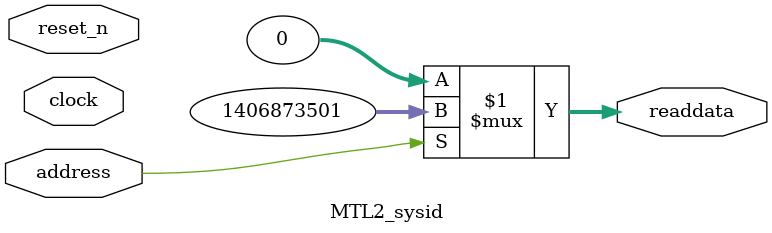
<source format=v>

`timescale 1ns / 1ps
// synthesis translate_on

// turn off superfluous verilog processor warnings 
// altera message_level Level1 
// altera message_off 10034 10035 10036 10037 10230 10240 10030 

module MTL2_sysid (
               // inputs:
                address,
                clock,
                reset_n,

               // outputs:
                readdata
             )
;

  output  [ 31: 0] readdata;
  input            address;
  input            clock;
  input            reset_n;

  wire    [ 31: 0] readdata;
  //control_slave, which is an e_avalon_slave
  assign readdata = address ? 1406873501 : 0;

endmodule




</source>
